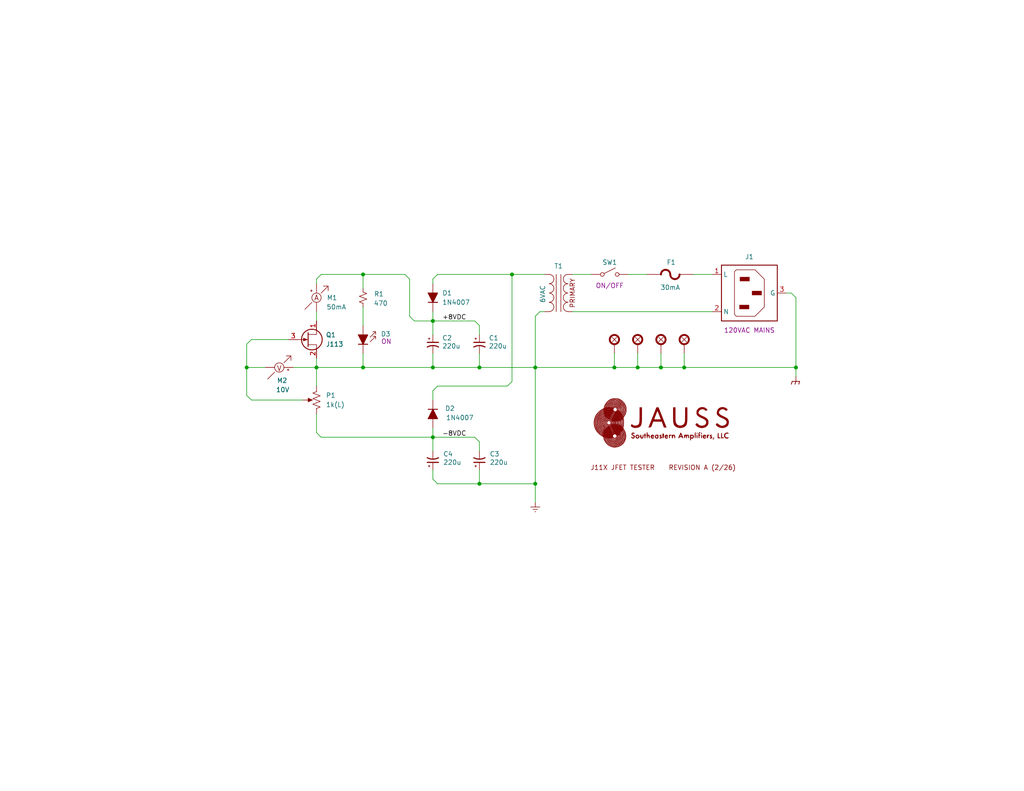
<source format=kicad_sch>
(kicad_sch (version 20250114) (generator "eeschema") (generator_version "9.0")
  (paper "USLetter")
  (lib_symbols
    (symbol "jaussamps:=CHASSIS" (power) (pin_numbers (hide yes)) (pin_names (offset 0) (hide yes))
      (symbol "=CHASSIS_1_1"
        (pin power_in line (at 0 0 270) (length 0) (name "~") (number "1"))
      )
    )
    (symbol "jaussamps:=GND" (power) (pin_numbers (hide yes)) (pin_names (offset 0) (hide yes))
      (symbol "=GND_1_1"
        (pin power_in line (at 0 0 270) (length 0) (name "~") (number "1"))
      )
    )
    (symbol "jaussamps:C-POLARIZED" (pin_numbers (hide yes)) (pin_names (offset 0.254) (hide yes))
      (property "Reference" "C" (at 0.254 1.778 0))
      (symbol "C-POLARIZED_1_1"
        (pin unspecified line (at 0 2.54 270) (length 2.032) (name "~") (number "1"))
        (pin unspecified line (at 0 -2.54 90) (length 2.032) (name "~") (number "2"))
      )
    )
    (symbol "jaussamps:D" (pin_numbers (hide yes)) (pin_names (hide yes))
      (property "Reference" "D" (at 0 2.54 0))
      (symbol "D_1_1"
        (pin unspecified line (at -3.81 0 0) (length 2.54) (name "K") (number "1"))
        (pin unspecified line (at 3.81 0 180) (length 2.54) (name "A") (number "2"))
      )
    )
    (symbol "jaussamps:D-LED" (pin_numbers (hide yes)) (pin_names (hide yes))
      (property "Reference" "D" (at 0 2.54 0))
      (symbol "D-LED_1_1"
        (pin unspecified line (at -3.81 0 0) (length 2.54) (name "K") (number "1"))
        (pin unspecified line (at 3.81 0 180) (length 2.54) (name "A") (number "2"))
      )
    )
    (symbol "jaussamps:F" (pin_numbers (hide yes)) (pin_names (offset 0) (hide yes))
      (property "Reference" "F" (at 0 2.794 0))
      (symbol "F_1_1"
        (pin unspecified line (at -6.35 0 0) (length 3.81) (name "A") (number "1"))
        (pin unspecified line (at 6.35 0 180) (length 3.81) (name "B") (number "2"))
      )
    )
    (symbol "jaussamps:H" (pin_numbers (hide yes)) (pin_names (offset 1.016) (hide yes)) (in_bom no)
      (property "Reference" "H" (at 0 5.08 0))
      (symbol "H_1_1"
        (pin unspecified line (at 0 -3.81 90) (length 2.54) (name "1") (number "1"))
      )
    )
    (symbol "jaussamps:J-MAINS"
      (property "Reference" "J" (at -5.842 8.636 0))
      (symbol "J-MAINS_1_1"
        (pin unspecified line (at -10.16 5.08 0) (length 2.54) (name "L") (number "1"))
        (pin unspecified line (at -10.16 -5.08 0) (length 2.54) (name "N") (number "2"))
        (pin unspecified line (at 10.16 0 180) (length 2.54) (name "G") (number "3"))
      )
    )
    (symbol "jaussamps:LOGO" (pin_names (offset 1.016)))
    (symbol "jaussamps:M-DC-AMPS-VERTICAL" (pin_numbers (hide yes)) (pin_names (offset 0.0254) (hide yes))
      (property "Reference" "M" (at -3.302 1.016 0))
      (symbol "M-DC-AMPS-VERTICAL_1_1"
        (text "A" (at 0 0 0) (effects (font (size 1.397 1.397))))
        (pin unspecified line (at 0 3.81 270) (length 2.54) (name "+") (number "1"))
        (pin unspecified line (at 0 -3.81 90) (length 2.54) (name "-") (number "2"))
      )
    )
    (symbol "jaussamps:M-DC-VOLTS-HORIZONTAL" (pin_numbers (hide yes)) (pin_names (offset 0.0254) (hide yes))
      (property "Reference" "M" (at -3.302 1.016 0))
      (symbol "M-DC-VOLTS-HORIZONTAL_1_1"
        (text "V" (at 0 -0.254 0) (effects (font (size 1.397 1.397))))
        (pin unspecified line (at -3.81 0 0) (length 2.54) (name "-") (number "2"))
        (pin unspecified line (at 3.81 0 180) (length 2.54) (name "+") (number "1"))
      )
    )
    (symbol "jaussamps:P" (pin_numbers (hide yes)) (pin_names (offset 1.016) (hide yes))
      (property "Reference" "P" (at -4.445 0 90))
      (symbol "P_1_1"
        (pin passive line (at 0 3.81 270) (length 1.27) (name "1") (number "1"))
        (pin passive line (at 0 -3.81 90) (length 1.27) (name "3") (number "3"))
        (pin passive line (at 3.81 0 180) (length 1.27) (name "2") (number "2"))
      )
    )
    (symbol "jaussamps:Q-JFET-DSG" (pin_names (hide yes))
      (property "Reference" "Q" (at 5.08 1.905 0))
      (symbol "Q-JFET-DSG_1_1"
        (pin unspecified line (at -5.08 0 0) (length 2.54) (name "G") (number "3"))
        (pin unspecified line (at 2.54 5.08 270) (length 2.54) (name "D") (number "1"))
        (pin unspecified line (at 2.54 -5.08 90) (length 2.54) (name "S") (number "2"))
      )
    )
    (symbol "jaussamps:R" (pin_numbers (hide yes)) (pin_names (offset 0.254) (hide yes))
      (property "Reference" "R" (at 0.762 0.508 0))
      (symbol "R_1_1"
        (pin unspecified line (at 0 2.54 270) (length 1.016) (name "~") (number "1"))
        (pin unspecified line (at 0 -2.54 90) (length 1.016) (name "~") (number "2"))
      )
    )
    (symbol "jaussamps:SW-SPST" (pin_numbers (hide yes)) (pin_names (offset 0) (hide yes))
      (property "Reference" "SW" (at 0 3.175 0))
      (symbol "SW-SPST_1_1"
        (pin unspecified line (at -5.08 0 0) (length 2.54) (name "A") (number "1"))
        (pin unspecified line (at 5.08 0 180) (length 2.54) (name "B") (number "2"))
      )
    )
    (symbol "jaussamps:T-2P-2S" (pin_numbers (hide yes)) (pin_names (offset 1.016) (hide yes))
      (property "Reference" "T" (at 0 6.35 0))
      (symbol "T-2P-2S_1_1"
        (text "PRIMARY" (at 3.81 0 900) (effects (font (size 1.27 1.27))))
        (pin unspecified line (at -3.81 5.08 0) (length 1.27) (name "S") (number "3"))
        (pin unspecified line (at -3.81 -5.08 0) (length 1.27) (name "S") (number "4"))
        (pin unspecified line (at 3.81 5.08 180) (length 1.27) (name "P") (number "1"))
        (pin unspecified line (at 3.81 -5.08 180) (length 1.27) (name "P") (number "2"))
      )
    )
  )
  (text_box "J11X JFET TESTER    REVISION A (2/26)" (at 160.02 124.46 0) (size 41.91 6.35) (margins 0.9525 0.9525 0.9525 0.9525) (stroke (width -0.0001)) (effects (font (size 1.27 1.27))))
  (junction (at 118.11 100.33))
  (junction (at 180.34 100.33))
  (junction (at 118.11 119.38))
  (junction (at 146.05 132.08))
  (junction (at 130.81 100.33))
  (junction (at 86.36 100.33))
  (junction (at 130.81 132.08))
  (junction (at 67.31 100.33))
  (junction (at 173.99 100.33))
  (junction (at 217.17 100.33))
  (junction (at 118.11 87.63))
  (junction (at 167.64 100.33))
  (junction (at 146.05 100.33))
  (junction (at 99.06 74.93))
  (junction (at 99.06 100.33))
  (junction (at 186.69 100.33))
  (junction (at 139.7 74.93))
  (wire (pts (xy 99.06 96.52) (xy 99.06 100.33)))
  (wire (pts (xy 119.38 74.93) (xy 139.7 74.93)))
  (wire (pts (xy 156.21 74.93) (xy 161.29 74.93)))
  (wire (pts (xy 86.36 113.03) (xy 86.36 118.11)))
  (wire (pts (xy 138.43 105.41) (xy 139.7 104.14)))
  (wire (pts (xy 173.99 96.52) (xy 173.99 100.33)))
  (wire (pts (xy 146.05 100.33) (xy 167.64 100.33)))
  (wire (pts (xy 130.81 100.33) (xy 118.11 100.33)))
  (wire (pts (xy 86.36 85.09) (xy 86.36 87.63)))
  (wire (pts (xy 67.31 93.98) (xy 67.31 100.33)))
  (wire (pts (xy 130.81 96.52) (xy 130.81 100.33)))
  (wire (pts (xy 86.36 97.79) (xy 86.36 100.33)))
  (wire (pts (xy 118.11 106.68) (xy 119.38 105.41)))
  (wire (pts (xy 119.38 132.08) (xy 130.81 132.08)))
  (wire (pts (xy 186.69 100.33) (xy 217.17 100.33)))
  (wire (pts (xy 118.11 100.33) (xy 99.06 100.33)))
  (wire (pts (xy 82.55 109.22) (xy 68.58 109.22)))
  (wire (pts (xy 167.64 100.33) (xy 173.99 100.33)))
  (wire (pts (xy 214.63 80.01) (xy 215.9 80.01)))
  (wire (pts (xy 111.76 76.2) (xy 111.76 86.36)))
  (wire (pts (xy 86.36 100.33) (xy 99.06 100.33)))
  (wire (pts (xy 86.36 100.33) (xy 86.36 105.41)))
  (wire (pts (xy 156.21 85.09) (xy 194.31 85.09)))
  (wire (pts (xy 130.81 120.65) (xy 130.81 123.19)))
  (wire (pts (xy 118.11 128.27) (xy 118.11 130.81)))
  (wire (pts (xy 118.11 119.38) (xy 118.11 123.19)))
  (wire (pts (xy 118.11 119.38) (xy 129.54 119.38)))
  (wire (pts (xy 113.03 87.63) (xy 111.76 86.36)))
  (wire (pts (xy 147.32 85.09) (xy 146.05 86.36)))
  (wire (pts (xy 139.7 74.93) (xy 148.59 74.93)))
  (wire (pts (xy 67.31 100.33) (xy 72.39 100.33)))
  (wire (pts (xy 189.23 74.93) (xy 194.31 74.93)))
  (wire (pts (xy 130.81 120.65) (xy 129.54 119.38)))
  (wire (pts (xy 167.64 96.52) (xy 167.64 100.33)))
  (wire (pts (xy 215.9 80.01) (xy 217.17 81.28)))
  (wire (pts (xy 87.63 74.93) (xy 99.06 74.93)))
  (wire (pts (xy 99.06 74.93) (xy 99.06 78.74)))
  (wire (pts (xy 186.69 96.52) (xy 186.69 100.33)))
  (wire (pts (xy 68.58 109.22) (xy 67.31 107.95)))
  (wire (pts (xy 118.11 116.84) (xy 118.11 119.38)))
  (wire (pts (xy 86.36 76.2) (xy 86.36 77.47)))
  (wire (pts (xy 99.06 83.82) (xy 99.06 88.9)))
  (wire (pts (xy 119.38 105.41) (xy 138.43 105.41)))
  (wire (pts (xy 68.58 92.71) (xy 67.31 93.98)))
  (wire (pts (xy 118.11 87.63) (xy 129.54 87.63)))
  (wire (pts (xy 67.31 100.33) (xy 67.31 107.95)))
  (wire (pts (xy 68.58 92.71) (xy 78.74 92.71)))
  (wire (pts (xy 118.11 76.2) (xy 119.38 74.93)))
  (wire (pts (xy 118.11 76.2) (xy 118.11 77.47)))
  (wire (pts (xy 171.45 74.93) (xy 176.53 74.93)))
  (wire (pts (xy 118.11 96.52) (xy 118.11 100.33)))
  (wire (pts (xy 118.11 130.81) (xy 119.38 132.08)))
  (wire (pts (xy 130.81 88.9) (xy 129.54 87.63)))
  (wire (pts (xy 118.11 87.63) (xy 118.11 91.44)))
  (wire (pts (xy 146.05 100.33) (xy 146.05 132.08)))
  (wire (pts (xy 146.05 100.33) (xy 130.81 100.33)))
  (wire (pts (xy 146.05 86.36) (xy 146.05 100.33)))
  (wire (pts (xy 130.81 128.27) (xy 130.81 132.08)))
  (wire (pts (xy 80.01 100.33) (xy 86.36 100.33)))
  (wire (pts (xy 86.36 118.11) (xy 87.63 119.38)))
  (wire (pts (xy 180.34 96.52) (xy 180.34 100.33)))
  (wire (pts (xy 130.81 132.08) (xy 146.05 132.08)))
  (wire (pts (xy 86.36 76.2) (xy 87.63 74.93)))
  (wire (pts (xy 217.17 100.33) (xy 217.17 102.87)))
  (wire (pts (xy 217.17 81.28) (xy 217.17 100.33)))
  (wire (pts (xy 87.63 119.38) (xy 118.11 119.38)))
  (wire (pts (xy 110.49 74.93) (xy 111.76 76.2)))
  (wire (pts (xy 118.11 87.63) (xy 113.03 87.63)))
  (wire (pts (xy 118.11 106.68) (xy 118.11 109.22)))
  (wire (pts (xy 146.05 132.08) (xy 146.05 137.16)))
  (wire (pts (xy 180.34 100.33) (xy 186.69 100.33)))
  (wire (pts (xy 130.81 88.9) (xy 130.81 91.44)))
  (wire (pts (xy 139.7 74.93) (xy 139.7 104.14)))
  (wire (pts (xy 148.59 85.09) (xy 147.32 85.09)))
  (wire (pts (xy 99.06 74.93) (xy 110.49 74.93)))
  (wire (pts (xy 118.11 85.09) (xy 118.11 87.63)))
  (wire (pts (xy 173.99 100.33) (xy 180.34 100.33)))
  (label "-8VDC" (at 120.65 119.38 0))
  (label "+8VDC" (at 120.65 87.63 0))
  (symbol (lib_id "jaussamps:LOGO") (at 181.61 115.57 0) (unit 1)
    (property "Reference" "G1" (effects (hide yes)))
    (property "Footprint" "jaussamps:LOGO" (effects (hide yes)))
  )
  (symbol (lib_id "jaussamps:H") (at 167.64 92.71 0) (unit 1) (in_bom no)
    (property "Reference" "H1" (effects (hide yes)))
    (property "Footprint" "jaussamps:H-NO-6-METAL" (effects (hide yes)))
  )
  (symbol (lib_id "jaussamps:C-POLARIZED") (at 130.81 93.98 0) (unit 1)
    (property "Reference" "C1" (at 133.35 92.2781 0) (effects (justify left)))
    (property "Value" "220u" (at 133.35 94.488 0) (effects (justify left)))
    (property "Footprint" "jaussamps:C-POL-RAD-6.3X2.5" (effects (hide yes)))
  )
  (symbol (lib_id "jaussamps:M-DC-AMPS-VERTICAL") (at 86.36 81.28 0) (unit 1)
    (property "Reference" "M1" (at 89.154 81.28 0) (effects (justify left)))
    (property "Value" "50mA" (at 94.488 83.82 0) (effects (justify right)))
    (property "Footprint" "jaussamps:J-ONSHORE-OSTTC022162" (effects (hide yes)))
  )
  (symbol (lib_id "jaussamps:P") (at 86.36 109.22 0) (mirror y) (unit 1)
    (property "Reference" "P1" (at 88.9 107.9499 0) (effects (justify right)))
    (property "Value" "1k(L)" (at 88.9 110.4899 0) (effects (justify right)))
    (property "Footprint" "jaussamps:J-ONSHORE-OSTTC032162" (effects (hide yes)))
  )
  (symbol (lib_id "jaussamps:H") (at 173.99 92.71 0) (unit 1) (in_bom no)
    (property "Reference" "H2" (effects (hide yes)))
    (property "Footprint" "jaussamps:H-NO-6-METAL" (effects (hide yes)))
  )
  (symbol (lib_id "jaussamps:C-POLARIZED") (at 118.11 93.98 0) (unit 1)
    (property "Reference" "C2" (at 120.65 92.2781 0) (effects (justify left)))
    (property "Value" "220u" (at 120.65 94.488 0) (effects (justify left)))
    (property "Footprint" "jaussamps:C-POL-RAD-6.3X2.5" (effects (hide yes)))
  )
  (symbol (lib_id "jaussamps:=GND") (at 146.05 137.16 0) (unit 1)
    (property "Reference" "#PWR01" (effects (hide yes)))
    (property "Value" "=GND" (effects (hide yes)))
  )
  (symbol (lib_id "jaussamps:D") (at 118.11 113.03 90) (mirror x) (unit 1)
    (property "Reference" "D2" (at 121.412 111.506 90) (effects (justify right)))
    (property "Value" "1N4007" (at 121.666 114.046 90) (effects (justify right)))
    (property "Footprint" "jaussamps:D-DO41" (effects (hide yes)))
  )
  (symbol (lib_id "jaussamps:J-MAINS") (at 204.47 80.01 0) (unit 1)
    (property "Reference" "J1" (at 204.47 70.104 0))
    (property "Footprint" "jaussamps:J-ONSHORE-OSTTC032162" (effects (hide yes)))
    (property "Description" "120VAC MAINS" (at 204.47 90.17 0))
  )
  (symbol (lib_id "jaussamps:=CHASSIS") (at 217.17 102.87 0) (unit 1)
    (property "Reference" "#PWR04" (effects (hide yes)))
    (property "Value" "=CHASSIS" (effects (hide yes)))
  )
  (symbol (lib_id "jaussamps:F") (at 182.88 74.93 0) (unit 1)
    (property "Reference" "F1" (at 183.134 71.628 0))
    (property "Value" "30mA" (at 182.88 78.486 0))
    (property "Footprint" "jaussamps:F-YAGEO-BK250-030-DZ" (effects (hide yes)))
  )
  (symbol (lib_id "jaussamps:T-2P-2S") (at 152.4 80.01 0) (unit 1)
    (property "Reference" "T1" (at 152.4 72.644 0))
    (property "Value" "6VAC" (at 148.082 80.264 90))
    (property "Footprint" "jaussamps:T-ZETTLER-BV201S06003A" (effects (hide yes)))
  )
  (symbol (lib_id "jaussamps:SW-SPST") (at 166.37 74.93 0) (unit 1)
    (property "Reference" "SW1" (at 166.37 71.628 0))
    (property "Footprint" "jaussamps:J-ONSHORE-OSTTC022162" (effects (hide yes)))
    (property "Description" "ON/OFF" (at 166.37 77.978 0))
  )
  (symbol (lib_id "jaussamps:H") (at 180.34 92.71 0) (unit 1) (in_bom no)
    (property "Reference" "H3" (effects (hide yes)))
    (property "Footprint" "jaussamps:H-NO-6-METAL" (effects (hide yes)))
  )
  (symbol (lib_id "jaussamps:H") (at 186.69 92.71 0) (unit 1) (in_bom no)
    (property "Reference" "H4" (effects (hide yes)))
    (property "Footprint" "jaussamps:H-NO-6-METAL" (effects (hide yes)))
  )
  (symbol (lib_id "jaussamps:M-DC-VOLTS-HORIZONTAL") (at 76.2 100.33 0) (unit 1)
    (property "Reference" "M2" (at 76.962 103.886 0))
    (property "Value" "10V" (at 78.994 106.426 0) (effects (justify right)))
    (property "Footprint" "jaussamps:J-ONSHORE-OSTTC022162" (effects (hide yes)))
  )
  (symbol (lib_id "jaussamps:D-LED") (at 99.06 92.71 90) (unit 1)
    (property "Reference" "D3" (at 103.886 91.186 90) (effects (justify right)))
    (property "Value" "LED" (effects (hide yes)))
    (property "Footprint" "jaussamps:D-LITEON-LTL-4233" (effects (hide yes)))
    (property "Description" "ON" (at 105.41 93.218 90))
  )
  (symbol (lib_id "jaussamps:Q-JFET-DSG") (at 83.82 92.71 0) (unit 1)
    (property "Reference" "Q1" (at 88.9 91.4399 0) (effects (justify left)))
    (property "Value" "J113" (at 88.9 93.9799 0) (effects (justify left)))
    (property "Footprint" "jaussamps:Q-TO92-WIDE" (effects (hide yes)))
  )
  (symbol (lib_id "jaussamps:D") (at 118.11 81.28 90) (unit 1)
    (property "Reference" "D1" (at 120.65 80.0099 90) (effects (justify right)))
    (property "Value" "1N4007" (at 120.65 82.5499 90) (effects (justify right)))
    (property "Footprint" "jaussamps:D-DO41" (effects (hide yes)))
  )
  (symbol (lib_id "jaussamps:C-POLARIZED") (at 130.81 125.73 0) (mirror x) (unit 1)
    (property "Reference" "C3" (at 133.604 123.952 0) (effects (justify left)))
    (property "Value" "220u" (at 133.604 126.238 0) (effects (justify left)))
    (property "Footprint" "jaussamps:C-POL-RAD-6.3X2.5" (effects (hide yes)))
  )
  (symbol (lib_id "jaussamps:C-POLARIZED") (at 118.11 125.73 0) (mirror x) (unit 1)
    (property "Reference" "C4" (at 120.904 123.952 0) (effects (justify left)))
    (property "Value" "220u" (at 120.904 126.238 0) (effects (justify left)))
    (property "Footprint" "jaussamps:C-POL-RAD-6.3X2.5" (effects (hide yes)))
  )
  (symbol (lib_id "jaussamps:R") (at 99.06 81.28 0) (unit 1)
    (property "Reference" "R1" (at 103.378 80.264 0))
    (property "Value" "470" (at 103.886 82.804 0))
    (property "Footprint" "jaussamps:R-TECONN-ROX1S" (effects (hide yes)))
  )
)
</source>
